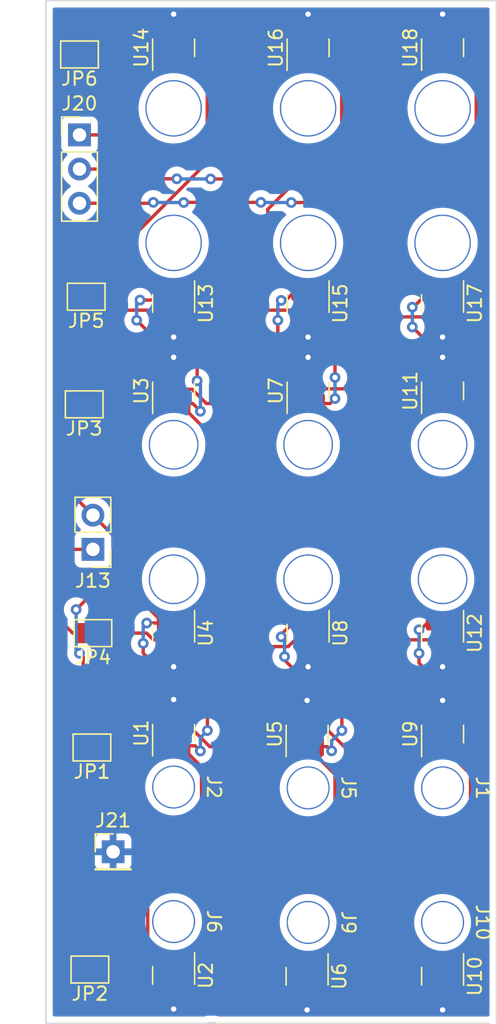
<source format=kicad_pcb>
(kicad_pcb (version 20211014) (generator pcbnew)
  (layers (0 "F.Cu" signal) (31 "B.Cu" signal) (34 "B.Paste" user) (35 "F.Paste" user) (36 "B.SilkS" user "B.Silkscreen") (37 "F.SilkS" user "F.Silkscreen") (38 "B.Mask" user) (39 "F.Mask" user) (44 "Edge.Cuts" user))
  (net 0 "")
  (net 13 "VCC")
  (net 14 "VCCQ")
  (net 21 "/HO_0")
  (net 22 "/HO_1")
  (net 23 "/HO_2")
  (net 24 "/VCC2")
  (net 25 "/VCC1")
  (net 26 "/VCC6")
  (net 27 "/VCC5")
  (net 28 "/VCC4")
  (net 29 "/VCC3")
  (net 30 "GND")
  (footprint "Project:TestPattern1" (layer "F.Cu") (at 173.845 80.075)
    (fp_text reference "J11" (at 0 -0.5 unlocked) (layer "F.SilkS"))
    (fp_text value "Peg")
    (pad "1" thru_hole circle (at 0 0) (size 3.7 3.7) (drill 3.5) (layers *.Cu *.Mask))
  )
  (footprint "Package_TO_SOT_SMD:SOT-23" (layer "F.Cu") (at 163.77 119.575 -90)
    (fp_text reference "U6" (at 0 -2.4 90) (layer "F.SilkS"))
    (fp_text value "AH1381")
    (fp_line (start 0 1.56) (end -0.65 1.56) (layer "F.SilkS") (width 0.12))
    (fp_line (start 0 -1.56) (end -1.675 -1.56) (layer "F.SilkS") (width 0.12))
    (fp_line (start 0 1.56) (end 0.65 1.56) (layer "F.SilkS") (width 0.12))
    (fp_line (start 0 -1.56) (end 0.65 -1.56) (layer "F.SilkS") (width 0.12))
    (pad "1" smd roundrect (at -0.9375 -0.95 270) (size 1.475 0.6) (layers "F.Cu" "F.Paste" "F.Mask") (net 25 "/VCC1"))
    (pad "2" smd roundrect (at -0.9375 0.95 270) (size 1.475 0.6) (layers "F.Cu" "F.Paste" "F.Mask") (net 22 "/HO_1"))
    (pad "3" smd roundrect (at 0.9375 0 270) (size 1.475 0.6) (layers "F.Cu" "F.Paste" "F.Mask") (net 30 "GND"))
  )
  (footprint "Project:TestPattern1" (layer "F.Cu") (at 163.845 90.075)
    (fp_text reference "J4" (at 0 -0.5 unlocked) (layer "F.SilkS"))
    (fp_text value "Peg")
    (pad "1" thru_hole circle (at 0 0) (size 3.7 3.7) (drill 3.5) (layers *.Cu *.Mask))
  )
  (footprint "Package_TO_SOT_SMD:SOT-23" (layer "F.Cu") (at 153.845 101.5125 90)
    (fp_text reference "U1" (at 0 -2.4 90) (layer "F.SilkS"))
    (fp_text value "AH1381")
    (fp_line (start 0 1.56) (end -0.65 1.56) (layer "F.SilkS") (width 0.12))
    (fp_line (start 0 1.56) (end 0.65 1.56) (layer "F.SilkS") (width 0.12))
    (fp_line (start 0 -1.56) (end 0.65 -1.56) (layer "F.SilkS") (width 0.12))
    (fp_line (start 0 -1.56) (end -1.675 -1.56) (layer "F.SilkS") (width 0.12))
    (pad "1" smd roundrect (at -0.9375 -0.95 90) (size 1.475 0.6) (layers "F.Cu" "F.Paste" "F.Mask") (net 24 "/VCC2"))
    (pad "2" smd roundrect (at -0.9375 0.95 90) (size 1.475 0.6) (layers "F.Cu" "F.Paste" "F.Mask") (net 21 "/HO_0"))
    (pad "3" smd roundrect (at 0.9375 0 90) (size 1.475 0.6) (layers "F.Cu" "F.Paste" "F.Mask") (net 30 "GND"))
  )
  (footprint "Package_TO_SOT_SMD:SOT-23" (layer "F.Cu") (at 153.845 76.075 90)
    (fp_text reference "U3" (at 0 -2.4 90) (layer "F.SilkS"))
    (fp_text value "AH1381")
    (fp_line (start 0 -1.56) (end -1.675 -1.56) (layer "F.SilkS") (width 0.12))
    (fp_line (start 0 1.56) (end -0.65 1.56) (layer "F.SilkS") (width 0.12))
    (fp_line (start 0 1.56) (end 0.65 1.56) (layer "F.SilkS") (width 0.12))
    (fp_line (start 0 -1.56) (end 0.65 -1.56) (layer "F.SilkS") (width 0.12))
    (pad "1" smd roundrect (at -0.9375 -0.95 90) (size 1.475 0.6) (layers "F.Cu" "F.Paste" "F.Mask") (net 26 "/VCC6"))
    (pad "2" smd roundrect (at -0.9375 0.95 90) (size 1.475 0.6) (layers "F.Cu" "F.Paste" "F.Mask") (net 21 "/HO_0"))
    (pad "3" smd roundrect (at 0.9375 0 90) (size 1.475 0.6) (layers "F.Cu" "F.Paste" "F.Mask") (net 30 "GND"))
  )
  (footprint "Project:TestPattern2" (layer "F.Cu") (at 163.845 65.075)
    (fp_text reference "J18" (at 0 -0.5 unlocked) (layer "F.SilkS"))
    (fp_text value "Peg")
    (pad "1" thru_hole circle (at 0 0) (size 4.2 4.2) (drill 4) (layers *.Cu *.Mask))
  )
  (footprint "Connector_PinHeader_2.54mm:PinHeader_1x02_P2.54mm_Vertical" (layer "F.Cu") (at 147.845 87.85 180)
    (fp_text reference "J13" (at 0 -2.33) (layer "F.SilkS"))
    (fp_text value "Conn_01x02")
    (fp_line (start -1.33 0) (end -1.33 -1.33) (layer "F.SilkS") (width 0.12))
    (fp_line (start -1.33 3.87) (end 1.33 3.87) (layer "F.SilkS") (width 0.12))
    (fp_line (start 1.33 1.27) (end 1.33 3.87) (layer "F.SilkS") (width 0.12))
    (fp_line (start -1.33 -1.33) (end 0 -1.33) (layer "F.SilkS") (width 0.12))
    (fp_line (start -1.33 1.27) (end -1.33 3.87) (layer "F.SilkS") (width 0.12))
    (fp_line (start -1.33 1.27) (end 1.33 1.27) (layer "F.SilkS") (width 0.12))
    (pad "1" thru_hole rect (at 0 0 180) (size 1.7 1.7) (drill 1) (layers *.Cu *.Mask) (net 13 "VCC"))
    (pad "2" thru_hole oval (at 0 2.54 180) (size 1.7 1.7) (drill 1) (layers *.Cu *.Mask) (net 14 "VCCQ"))
  )
  (footprint "Package_TO_SOT_SMD:SOT-23" (layer "F.Cu") (at 173.845 76.075 90)
    (fp_text reference "U11" (at 0 -2.4 90) (layer "F.SilkS"))
    (fp_text value "AH1381")
    (fp_line (start 0 -1.56) (end 0.65 -1.56) (layer "F.SilkS") (width 0.12))
    (fp_line (start 0 1.56) (end 0.65 1.56) (layer "F.SilkS") (width 0.12))
    (fp_line (start 0 1.56) (end -0.65 1.56) (layer "F.SilkS") (width 0.12))
    (fp_line (start 0 -1.56) (end -1.675 -1.56) (layer "F.SilkS") (width 0.12))
    (pad "1" smd roundrect (at -0.9375 -0.95 90) (size 1.475 0.6) (layers "F.Cu" "F.Paste" "F.Mask") (net 26 "/VCC6"))
    (pad "2" smd roundrect (at -0.9375 0.95 90) (size 1.475 0.6) (layers "F.Cu" "F.Paste" "F.Mask") (net 23 "/HO_2"))
    (pad "3" smd roundrect (at 0.9375 0 90) (size 1.475 0.6) (layers "F.Cu" "F.Paste" "F.Mask") (net 30 "GND"))
  )
  (footprint "Project:TestPattern0" (layer "F.Cu") (at 163.845 115.575 -90)
    (fp_text reference "J9" (at 0 -3 -90 unlocked) (layer "F.SilkS"))
    (fp_text value "Peg")
    (pad "1" thru_hole circle (at 0 0 270) (size 3.2 3.2) (drill 3) (layers *.Cu *.Mask))
  )
  (footprint "Package_TO_SOT_SMD:SOT-23" (layer "F.Cu") (at 153.845 50.575 90)
    (fp_text reference "U14" (at 0 -2.4 90) (layer "F.SilkS"))
    (fp_text value "AH1381")
    (fp_line (start 0 -1.56) (end -1.675 -1.56) (layer "F.SilkS") (width 0.12))
    (fp_line (start 0 1.56) (end -0.65 1.56) (layer "F.SilkS") (width 0.12))
    (fp_line (start 0 1.56) (end 0.65 1.56) (layer "F.SilkS") (width 0.12))
    (fp_line (start 0 -1.56) (end 0.65 -1.56) (layer "F.SilkS") (width 0.12))
    (pad "1" smd roundrect (at -0.9375 -0.95 90) (size 1.475 0.6) (layers "F.Cu" "F.Paste" "F.Mask") (net 29 "/VCC3"))
    (pad "2" smd roundrect (at -0.9375 0.95 90) (size 1.475 0.6) (layers "F.Cu" "F.Paste" "F.Mask") (net 21 "/HO_0"))
    (pad "3" smd roundrect (at 0.9375 0 90) (size 1.475 0.6) (layers "F.Cu" "F.Paste" "F.Mask") (net 30 "GND"))
  )
  (footprint "Package_TO_SOT_SMD:SOT-23" (layer "F.Cu") (at 173.845 101.575 90)
    (fp_text reference "U9" (at 0 -2.4 90) (layer "F.SilkS"))
    (fp_text value "AH1381")
    (fp_line (start 0 -1.56) (end 0.65 -1.56) (layer "F.SilkS") (width 0.12))
    (fp_line (start 0 -1.56) (end -1.675 -1.56) (layer "F.SilkS") (width 0.12))
    (fp_line (start 0 1.56) (end -0.65 1.56) (layer "F.SilkS") (width 0.12))
    (fp_line (start 0 1.56) (end 0.65 1.56) (layer "F.SilkS") (width 0.12))
    (pad "1" smd roundrect (at -0.9375 -0.95 90) (size 1.475 0.6) (layers "F.Cu" "F.Paste" "F.Mask") (net 24 "/VCC2"))
    (pad "2" smd roundrect (at -0.9375 0.95 90) (size 1.475 0.6) (layers "F.Cu" "F.Paste" "F.Mask") (net 23 "/HO_2"))
    (pad "3" smd roundrect (at 0.9375 0 90) (size 1.475 0.6) (layers "F.Cu" "F.Paste" "F.Mask") (net 30 "GND"))
  )
  (footprint "Package_TO_SOT_SMD:SOT-23" (layer "F.Cu") (at 153.845 119.5125 -90)
    (fp_text reference "U2" (at 0 -2.4 90) (layer "F.SilkS"))
    (fp_text value "AH1381")
    (fp_line (start 0 -1.56) (end -1.675 -1.56) (layer "F.SilkS") (width 0.12))
    (fp_line (start 0 -1.56) (end 0.65 -1.56) (layer "F.SilkS") (width 0.12))
    (fp_line (start 0 1.56) (end 0.65 1.56) (layer "F.SilkS") (width 0.12))
    (fp_line (start 0 1.56) (end -0.65 1.56) (layer "F.SilkS") (width 0.12))
    (pad "1" smd roundrect (at -0.9375 -0.95 270) (size 1.475 0.6) (layers "F.Cu" "F.Paste" "F.Mask") (net 25 "/VCC1"))
    (pad "2" smd roundrect (at -0.9375 0.95 270) (size 1.475 0.6) (layers "F.Cu" "F.Paste" "F.Mask") (net 21 "/HO_0"))
    (pad "3" smd roundrect (at 0.9375 0 270) (size 1.475 0.6) (layers "F.Cu" "F.Paste" "F.Mask") (net 30 "GND"))
  )
  (footprint "Project:TestPattern2" (layer "F.Cu") (at 153.845 55.075)
    (fp_text reference "J17" (at 0 -0.5 unlocked) (layer "F.SilkS"))
    (fp_text value "Peg")
    (pad "1" thru_hole circle (at 0 0) (size 4.2 4.2) (drill 4) (layers *.Cu *.Mask))
  )
  (footprint "Package_TO_SOT_SMD:SOT-23" (layer "F.Cu") (at 173.845 69.575 -90)
    (fp_text reference "U17" (at 0 -2.4 90) (layer "F.SilkS"))
    (fp_text value "AH1381")
    (fp_line (start 0 1.56) (end 0.65 1.56) (layer "F.SilkS") (width 0.12))
    (fp_line (start 0 -1.56) (end 0.65 -1.56) (layer "F.SilkS") (width 0.12))
    (fp_line (start 0 1.56) (end -0.65 1.56) (layer "F.SilkS") (width 0.12))
    (fp_line (start 0 -1.56) (end -1.675 -1.56) (layer "F.SilkS") (width 0.12))
    (pad "1" smd roundrect (at -0.9375 -0.95 270) (size 1.475 0.6) (layers "F.Cu" "F.Paste" "F.Mask") (net 28 "/VCC4"))
    (pad "2" smd roundrect (at -0.9375 0.95 270) (size 1.475 0.6) (layers "F.Cu" "F.Paste" "F.Mask") (net 23 "/HO_2"))
    (pad "3" smd roundrect (at 0.9375 0 270) (size 1.475 0.6) (layers "F.Cu" "F.Paste" "F.Mask") (net 30 "GND"))
  )
  (footprint "Project:TestPattern2" (layer "F.Cu") (at 173.845 65.075)
    (fp_text reference "J15" (at 0 -0.5 unlocked) (layer "F.SilkS"))
    (fp_text value "Peg")
    (pad "1" thru_hole circle (at 0 0) (size 4.2 4.2) (drill 4) (layers *.Cu *.Mask))
  )
  (footprint "Project:TestPattern1" (layer "F.Cu") (at 163.845 80.075)
    (fp_text reference "J8" (at 0 -0.5 unlocked) (layer "F.SilkS"))
    (fp_text value "Peg")
    (pad "1" thru_hole circle (at 0 0) (size 3.7 3.7) (drill 3.5) (layers *.Cu *.Mask))
  )
  (footprint "Project:TestPattern0" (layer "F.Cu") (at 153.845 105.5125 -90)
    (fp_text reference "J2" (at 0 -3 -90 unlocked) (layer "F.SilkS"))
    (fp_text value "Peg")
    (pad "1" thru_hole circle (at 0 0 270) (size 3.2 3.2) (drill 3) (layers *.Cu *.Mask))
  )
  (footprint "Project:TestPattern0" (layer "F.Cu") (at 173.845 105.575 -90)
    (fp_text reference "J1" (at 0 -3 -90 unlocked) (layer "F.SilkS"))
    (fp_text value "Peg")
    (pad "1" thru_hole circle (at 0 0 270) (size 3.2 3.2) (drill 3) (layers *.Cu *.Mask))
  )
  (footprint "Project:TestPattern0" (layer "F.Cu") (at 173.845 115.575 -90)
    (fp_text reference "J10" (at 0 -3 -90 unlocked) (layer "F.SilkS"))
    (fp_text value "Peg")
    (pad "1" thru_hole circle (at 0 0 270) (size 3.2 3.2) (drill 3) (layers *.Cu *.Mask))
  )
  (footprint "Jumper:SolderJumper-2_P1.3mm_Open_Pad1.0x1.5mm" (layer "F.Cu") (at 147.345 69.075 180)
    (fp_text reference "JP5" (at 0 -1.8) (layer "F.SilkS"))
    (fp_text value "Jumper_2_Open")
    (fp_line (start 1.4 1) (end -1.4 1) (layer "F.SilkS") (width 0.12))
    (fp_line (start -1.4 -1) (end 1.4 -1) (layer "F.SilkS") (width 0.12))
    (fp_line (start -1.4 1) (end -1.4 -1) (layer "F.SilkS") (width 0.12))
    (fp_line (start 1.4 -1) (end 1.4 1) (layer "F.SilkS") (width 0.12))
    (pad "1" smd rect (at -0.65 0 180) (size 1 1.5) (layers "F.Cu" "F.Mask") (net 28 "/VCC4"))
    (pad "2" smd rect (at 0.65 0 180) (size 1 1.5) (layers "F.Cu" "F.Mask") (net 14 "VCCQ"))
  )
  (footprint "Jumper:SolderJumper-2_P1.3mm_Open_Pad1.0x1.5mm" (layer "F.Cu") (at 146.845 51.075 180)
    (fp_text reference "JP6" (at 0 -1.8) (layer "F.SilkS"))
    (fp_text value "Jumper_2_Open")
    (fp_line (start 1.4 1) (end -1.4 1) (layer "F.SilkS") (width 0.12))
    (fp_line (start -1.4 1) (end -1.4 -1) (layer "F.SilkS") (width 0.12))
    (fp_line (start -1.4 -1) (end 1.4 -1) (layer "F.SilkS") (width 0.12))
    (fp_line (start 1.4 -1) (end 1.4 1) (layer "F.SilkS") (width 0.12))
    (pad "1" smd rect (at -0.65 0 180) (size 1 1.5) (layers "F.Cu" "F.Mask") (net 29 "/VCC3"))
    (pad "2" smd rect (at 0.65 0 180) (size 1 1.5) (layers "F.Cu" "F.Mask") (net 13 "VCC"))
  )
  (footprint "Project:TestPattern2" (layer "F.Cu") (at 173.845 55.075)
    (fp_text reference "J16" (at 0 -0.5 unlocked) (layer "F.SilkS"))
    (fp_text value "Peg")
    (pad "1" thru_hole circle (at 0 0) (size 4.2 4.2) (drill 4) (layers *.Cu *.Mask))
  )
  (footprint "Package_TO_SOT_SMD:SOT-23" (layer "F.Cu") (at 153.845 94.075 -90)
    (fp_text reference "U4" (at 0 -2.4 90) (layer "F.SilkS"))
    (fp_text value "AH1381")
    (fp_line (start 0 1.56) (end -0.65 1.56) (layer "F.SilkS") (width 0.12))
    (fp_line (start 0 -1.56) (end 0.65 -1.56) (layer "F.SilkS") (width 0.12))
    (fp_line (start 0 -1.56) (end -1.675 -1.56) (layer "F.SilkS") (width 0.12))
    (fp_line (start 0 1.56) (end 0.65 1.56) (layer "F.SilkS") (width 0.12))
    (pad "1" smd roundrect (at -0.9375 -0.95 270) (size 1.475 0.6) (layers "F.Cu" "F.Paste" "F.Mask") (net 27 "/VCC5"))
    (pad "2" smd roundrect (at -0.9375 0.95 270) (size 1.475 0.6) (layers "F.Cu" "F.Paste" "F.Mask") (net 21 "/HO_0"))
    (pad "3" smd roundrect (at 0.9375 0 270) (size 1.475 0.6) (layers "F.Cu" "F.Paste" "F.Mask") (net 30 "GND"))
  )
  (footprint "Jumper:SolderJumper-2_P1.3mm_Open_Pad1.0x1.5mm" (layer "F.Cu") (at 147.77 102.575 180)
    (fp_text reference "JP1" (at 0 -1.8) (layer "F.SilkS"))
    (fp_text value "Jumper_2_Open")
    (fp_line (start -1.4 1) (end -1.4 -1) (layer "F.SilkS") (width 0.12))
    (fp_line (start 1.4 -1) (end 1.4 1) (layer "F.SilkS") (width 0.12))
    (fp_line (start 1.4 1) (end -1.4 1) (layer "F.SilkS") (width 0.12))
    (fp_line (start -1.4 -1) (end 1.4 -1) (layer "F.SilkS") (width 0.12))
    (pad "1" smd rect (at -0.65 0 180) (size 1 1.5) (layers "F.Cu" "F.Mask") (net 24 "/VCC2"))
    (pad "2" smd rect (at 0.65 0 180) (size 1 1.5) (layers "F.Cu" "F.Mask") (net 14 "VCCQ"))
  )
  (footprint "Project:TestPattern1" (layer "F.Cu") (at 173.845 90.075)
    (fp_text reference "J7" (at 0 -0.5 unlocked) (layer "F.SilkS"))
    (fp_text value "Peg")
    (pad "1" thru_hole circle (at 0 0) (size 3.7 3.7) (drill 3.5) (layers *.Cu *.Mask))
  )
  (footprint "Project:TestPattern2" (layer "F.Cu") (at 153.845 65.075)
    (fp_text reference "J19" (at 0 -0.5 unlocked) (layer "F.SilkS"))
    (fp_text value "Peg")
    (pad "1" thru_hole circle (at 0 0) (size 4.2 4.2) (drill 4) (layers *.Cu *.Mask))
  )
  (footprint "Jumper:SolderJumper-2_P1.3mm_Open_Pad1.0x1.5mm" (layer "F.Cu") (at 147.845 94.075 180)
    (fp_text reference "JP4" (at 0 -1.8) (layer "F.SilkS"))
    (fp_text value "Jumper_2_Open")
    (fp_line (start 1.4 1) (end -1.4 1) (layer "F.SilkS") (width 0.12))
    (fp_line (start -1.4 1) (end -1.4 -1) (layer "F.SilkS") (width 0.12))
    (fp_line (start 1.4 -1) (end 1.4 1) (layer "F.SilkS") (width 0.12))
    (fp_line (start -1.4 -1) (end 1.4 -1) (layer "F.SilkS") (width 0.12))
    (pad "1" smd rect (at -0.65 0 180) (size 1 1.5) (layers "F.Cu" "F.Mask") (net 27 "/VCC5"))
    (pad "2" smd rect (at 0.65 0 180) (size 1 1.5) (layers "F.Cu" "F.Mask") (net 13 "VCC"))
  )
  (footprint "Package_TO_SOT_SMD:SOT-23" (layer "F.Cu") (at 153.845 69.575 -90)
    (fp_text reference "U13" (at 0 -2.4 90) (layer "F.SilkS"))
    (fp_text value "AH1381")
    (fp_line (start 0 -1.56) (end 0.65 -1.56) (layer "F.SilkS") (width 0.12))
    (fp_line (start 0 -1.56) (end -1.675 -1.56) (layer "F.SilkS") (width 0.12))
    (fp_line (start 0 1.56) (end -0.65 1.56) (layer "F.SilkS") (width 0.12))
    (fp_line (start 0 1.56) (end 0.65 1.56) (layer "F.SilkS") (width 0.12))
    (pad "1" smd roundrect (at -0.9375 -0.95 270) (size 1.475 0.6) (layers "F.Cu" "F.Paste" "F.Mask") (net 28 "/VCC4"))
    (pad "2" smd roundrect (at -0.9375 0.95 270) (size 1.475 0.6) (layers "F.Cu" "F.Paste" "F.Mask") (net 21 "/HO_0"))
    (pad "3" smd roundrect (at 0.9375 0 270) (size 1.475 0.6) (layers "F.Cu" "F.Paste" "F.Mask") (net 30 "GND"))
  )
  (footprint "Project:TestPattern1" (layer "F.Cu") (at 153.845 80.075)
    (fp_text reference "J12" (at 0 -0.5 unlocked) (layer "F.SilkS"))
    (fp_text value "Peg")
    (pad "1" thru_hole circle (at 0 0) (size 3.7 3.7) (drill 3.5) (layers *.Cu *.Mask))
  )
  (footprint "Package_TO_SOT_SMD:SOT-23" (layer "F.Cu") (at 173.845 50.575 90)
    (fp_text reference "U18" (at 0 -2.4 90) (layer "F.SilkS"))
    (fp_text value "AH1381")
    (fp_line (start 0 1.56) (end -0.65 1.56) (layer "F.SilkS") (width 0.12))
    (fp_line (start 0 -1.56) (end -1.675 -1.56) (layer "F.SilkS") (width 0.12))
    (fp_line (start 0 -1.56) (end 0.65 -1.56) (layer "F.SilkS") (width 0.12))
    (fp_line (start 0 1.56) (end 0.65 1.56) (layer "F.SilkS") (width 0.12))
    (pad "1" smd roundrect (at -0.9375 -0.95 90) (size 1.475 0.6) (layers "F.Cu" "F.Paste" "F.Mask") (net 29 "/VCC3"))
    (pad "2" smd roundrect (at -0.9375 0.95 90) (size 1.475 0.6) (layers "F.Cu" "F.Paste" "F.Mask") (net 23 "/HO_2"))
    (pad "3" smd roundrect (at 0.9375 0 90) (size 1.475 0.6) (layers "F.Cu" "F.Paste" "F.Mask") (net 30 "GND"))
  )
  (footprint "Package_TO_SOT_SMD:SOT-23" (layer "F.Cu") (at 173.845 119.575 -90)
    (fp_text reference "U10" (at 0 -2.4 90) (layer "F.SilkS"))
    (fp_text value "AH1381")
    (fp_line (start 0 -1.56) (end -1.675 -1.56) (layer "F.SilkS") (width 0.12))
    (fp_line (start 0 -1.56) (end 0.65 -1.56) (layer "F.SilkS") (width 0.12))
    (fp_line (start 0 1.56) (end -0.65 1.56) (layer "F.SilkS") (width 0.12))
    (fp_line (start 0 1.56) (end 0.65 1.56) (layer "F.SilkS") (width 0.12))
    (pad "1" smd roundrect (at -0.9375 -0.95 270) (size 1.475 0.6) (layers "F.Cu" "F.Paste" "F.Mask") (net 25 "/VCC1"))
    (pad "2" smd roundrect (at -0.9375 0.95 270) (size 1.475 0.6) (layers "F.Cu" "F.Paste" "F.Mask") (net 23 "/HO_2"))
    (pad "3" smd roundrect (at 0.9375 0 270) (size 1.475 0.6) (layers "F.Cu" "F.Paste" "F.Mask") (net 30 "GND"))
  )
  (footprint "Jumper:SolderJumper-2_P1.3mm_Open_Pad1.0x1.5mm" (layer "F.Cu") (at 147.62 119.075 180)
    (fp_text reference "JP2" (at 0 -1.8) (layer "F.SilkS"))
    (fp_text value "Jumper_2_Open")
    (fp_line (start -1.4 1) (end -1.4 -1) (layer "F.SilkS") (width 0.12))
    (fp_line (start -1.4 -1) (end 1.4 -1) (layer "F.SilkS") (width 0.12))
    (fp_line (start 1.4 1) (end -1.4 1) (layer "F.SilkS") (width 0.12))
    (fp_line (start 1.4 -1) (end 1.4 1) (layer "F.SilkS") (width 0.12))
    (pad "1" smd rect (at -0.65 0 180) (size 1 1.5) (layers "F.Cu" "F.Mask") (net 25 "/VCC1"))
    (pad "2" smd rect (at 0.65 0 180) (size 1 1.5) (layers "F.Cu" "F.Mask") (net 13 "VCC"))
  )
  (footprint "Package_TO_SOT_SMD:SOT-23" (layer "F.Cu") (at 163.845 50.575 90)
    (fp_text reference "U16" (at 0 -2.4 90) (layer "F.SilkS"))
    (fp_text value "AH1381")
    (fp_line (start 0 -1.56) (end 0.65 -1.56) (layer "F.SilkS") (width 0.12))
    (fp_line (start 0 1.56) (end 0.65 1.56) (layer "F.SilkS") (width 0.12))
    (fp_line (start 0 -1.56) (end -1.675 -1.56) (layer "F.SilkS") (width 0.12))
    (fp_line (start 0 1.56) (end -0.65 1.56) (layer "F.SilkS") (width 0.12))
    (pad "1" smd roundrect (at -0.9375 -0.95 90) (size 1.475 0.6) (layers "F.Cu" "F.Paste" "F.Mask") (net 29 "/VCC3"))
    (pad "2" smd roundrect (at -0.9375 0.95 90) (size 1.475 0.6) (layers "F.Cu" "F.Paste" "F.Mask") (net 22 "/HO_1"))
    (pad "3" smd roundrect (at 0.9375 0 90) (size 1.475 0.6) (layers "F.Cu" "F.Paste" "F.Mask") (net 30 "GND"))
  )
  (footprint "Package_TO_SOT_SMD:SOT-23" (layer "F.Cu") (at 163.845 94.075 -90)
    (fp_text reference "U8" (at 0 -2.4 90) (layer "F.SilkS"))
    (fp_text value "AH1381")
    (fp_line (start 0 -1.56) (end -1.675 -1.56) (layer "F.SilkS") (width 0.12))
    (fp_line (start 0 1.56) (end -0.65 1.56) (layer "F.SilkS") (width 0.12))
    (fp_line (start 0 1.56) (end 0.65 1.56) (layer "F.SilkS") (width 0.12))
    (fp_line (start 0 -1.56) (end 0.65 -1.56) (layer "F.SilkS") (width 0.12))
    (pad "1" smd roundrect (at -0.9375 -0.95 270) (size 1.475 0.6) (layers "F.Cu" "F.Paste" "F.Mask") (net 27 "/VCC5"))
    (pad "2" smd roundrect (at -0.9375 0.95 270) (size 1.475 0.6) (layers "F.Cu" "F.Paste" "F.Mask") (net 22 "/HO_1"))
    (pad "3" smd roundrect (at 0.9375 0 270) (size 1.475 0.6) (layers "F.Cu" "F.Paste" "F.Mask") (net 30 "GND"))
  )
  (footprint "Package_TO_SOT_SMD:SOT-23" (layer "F.Cu") (at 163.845 69.575 -90)
    (fp_text reference "U15" (at 0 -2.4 90) (layer "F.SilkS"))
    (fp_text value "AH1381")
    (fp_line (start 0 1.56) (end -0.65 1.56) (layer "F.SilkS") (width 0.12))
    (fp_line (start 0 -1.56) (end 0.65 -1.56) (layer "F.SilkS") (width 0.12))
    (fp_line (start 0 -1.56) (end -1.675 -1.56) (layer "F.SilkS") (width 0.12))
    (fp_line (start 0 1.56) (end 0.65 1.56) (layer "F.SilkS") (width 0.12))
    (pad "1" smd roundrect (at -0.9375 -0.95 270) (size 1.475 0.6) (layers "F.Cu" "F.Paste" "F.Mask") (net 28 "/VCC4"))
    (pad "2" smd roundrect (at -0.9375 0.95 270) (size 1.475 0.6) (layers "F.Cu" "F.Paste" "F.Mask") (net 22 "/HO_1"))
    (pad "3" smd roundrect (at 0.9375 0 270) (size 1.475 0.6) (layers "F.Cu" "F.Paste" "F.Mask") (net 30 "GND"))
  )
  (footprint "Package_TO_SOT_SMD:SOT-23" (layer "F.Cu") (at 163.77 101.575 90)
    (fp_text reference "U5" (at 0 -2.4 90) (layer "F.SilkS"))
    (fp_text value "AH1381")
    (fp_line (start 0 -1.56) (end -1.675 -1.56) (layer "F.SilkS") (width 0.12))
    (fp_line (start 0 1.56) (end -0.65 1.56) (layer "F.SilkS") (width 0.12))
    (fp_line (start 0 -1.56) (end 0.65 -1.56) (layer "F.SilkS") (width 0.12))
    (fp_line (start 0 1.56) (end 0.65 1.56) (layer "F.SilkS") (width 0.12))
    (pad "1" smd roundrect (at -0.9375 -0.95 90) (size 1.475 0.6) (layers "F.Cu" "F.Paste" "F.Mask") (net 24 "/VCC2"))
    (pad "2" smd roundrect (at -0.9375 0.95 90) (size 1.475 0.6) (layers "F.Cu" "F.Paste" "F.Mask") (net 22 "/HO_1"))
    (pad "3" smd roundrect (at 0.9375 0 90) (size 1.475 0.6) (layers "F.Cu" "F.Paste" "F.Mask") (net 30 "GND"))
  )
  (footprint "Project:TestPattern0" (layer "F.Cu") (at 163.845 105.575 -90)
    (fp_text reference "J5" (at 0 -3 -90 unlocked) (layer "F.SilkS"))
    (fp_text value "Peg")
    (pad "1" thru_hole circle (at 0 0 270) (size 3.2 3.2) (drill 3) (layers *.Cu *.Mask))
  )
  (footprint "Package_TO_SOT_SMD:SOT-23" (layer "F.Cu") (at 173.845 94.075 -90)
    (fp_text reference "U12" (at 0 -2.4 90) (layer "F.SilkS"))
    (fp_text value "AH1381")
    (fp_line (start 0 -1.56) (end 0.65 -1.56) (layer "F.SilkS") (width 0.12))
    (fp_line (start 0 1.56) (end -0.65 1.56) (layer "F.SilkS") (width 0.12))
    (fp_line (start 0 1.56) (end 0.65 1.56) (layer "F.SilkS") (width 0.12))
    (fp_line (start 0 -1.56) (end -1.675 -1.56) (layer "F.SilkS") (width 0.12))
    (pad "1" smd roundrect (at -0.9375 -0.95 270) (size 1.475 0.6) (layers "F.Cu" "F.Paste" "F.Mask") (net 27 "/VCC5"))
    (pad "2" smd roundrect (at -0.9375 0.95 270) (size 1.475 0.6) (layers "F.Cu" "F.Paste" "F.Mask") (net 23 "/HO_2"))
    (pad "3" smd roundrect (at 0.9375 0 270) (size 1.475 0.6) (layers "F.Cu" "F.Paste" "F.Mask") (net 30 "GND"))
  )
  (footprint "Connector_PinHeader_2.54mm:PinHeader_1x03_P2.54mm_Vertical" (layer "F.Cu") (at 146.845 57.05)
    (fp_text reference "J20" (at 0 -2.33) (layer "F.SilkS"))
    (fp_text value "Conn_01x03")
    (fp_line (start -1.33 0) (end -1.33 -1.33) (layer "F.SilkS") (width 0.12))
    (fp_line (start -1.33 1.27) (end -1.33 6.41) (layer "F.SilkS") (width 0.12))
    (fp_line (start 1.33 1.27) (end 1.33 6.41) (layer "F.SilkS") (width 0.12))
    (fp_line (start -1.33 -1.33) (end 0 -1.33) (layer "F.SilkS") (width 0.12))
    (fp_line (start -1.33 6.41) (end 1.33 6.41) (layer "F.SilkS") (width 0.12))
    (fp_line (start -1.33 1.27) (end 1.33 1.27) (layer "F.SilkS") (width 0.12))
    (pad "1" thru_hole rect (at 0 0) (size 1.7 1.7) (drill 1) (layers *.Cu *.Mask) (net 21 "/HO_0"))
    (pad "2" thru_hole oval (at 0 2.54) (size 1.7 1.7) (drill 1) (layers *.Cu *.Mask) (net 22 "/HO_1"))
    (pad "3" thru_hole oval (at 0 5.08) (size 1.7 1.7) (drill 1) (layers *.Cu *.Mask) (net 23 "/HO_2"))
  )
  (footprint "Project:TestPattern2" (layer "F.Cu") (at 163.845 55.075)
    (fp_text reference "J14" (at 0 -0.5 unlocked) (layer "F.SilkS"))
    (fp_text value "Peg")
    (pad "1" thru_hole circle (at 0 0) (size 4.2 4.2) (drill 4) (layers *.Cu *.Mask))
  )
  (footprint "Package_TO_SOT_SMD:SOT-23" (layer "F.Cu") (at 163.845 76.075 90)
    (fp_text reference "U7" (at 0 -2.4 90) (layer "F.SilkS"))
    (fp_text value "AH1381")
    (fp_line (start 0 1.56) (end 0.65 1.56) (layer "F.SilkS") (width 0.12))
    (fp_line (start 0 1.56) (end -0.65 1.56) (layer "F.SilkS") (width 0.12))
    (fp_line (start 0 -1.56) (end 0.65 -1.56) (layer "F.SilkS") (width 0.12))
    (fp_line (start 0 -1.56) (end -1.675 -1.56) (layer "F.SilkS") (width 0.12))
    (pad "1" smd roundrect (at -0.9375 -0.95 90) (size 1.475 0.6) (layers "F.Cu" "F.Paste" "F.Mask") (net 26 "/VCC6"))
    (pad "2" smd roundrect (at -0.9375 0.95 90) (size 1.475 0.6) (layers "F.Cu" "F.Paste" "F.Mask") (net 22 "/HO_1"))
    (pad "3" smd roundrect (at 0.9375 0 90) (size 1.475 0.6) (layers "F.Cu" "F.Paste" "F.Mask") (net 30 "GND"))
  )
  (footprint "Connector_PinHeader_2.54mm:PinHeader_1x01_P2.54mm_Vertical" (layer "F.Cu") (at 149.345 110.325)
    (fp_text reference "J21" (at 0 -2.33) (layer "F.SilkS"))
    (fp_text value "Conn_01x01")
    (fp_line (start -1.33 0) (end -1.33 -1.33) (layer "F.SilkS") (width 0.12))
    (fp_line (start -1.33 -1.33) (end 0 -1.33) (layer "F.SilkS") (width 0.12))
    (fp_line (start -1.33 1.27) (end -1.33 1.33) (layer "F.SilkS") (width 0.12))
    (fp_line (start -1.33 1.33) (end 1.33 1.33) (layer "F.SilkS") (width 0.12))
    (fp_line (start 1.33 1.27) (end 1.33 1.33) (layer "F.SilkS") (width 0.12))
    (fp_line (start -1.33 1.27) (end 1.33 1.27) (layer "F.SilkS") (width 0.12))
    (pad "1" thru_hole rect (at 0 0) (size 1.7 1.7) (drill 1) (layers *.Cu *.Mask) (net 30 "GND"))
  )
  (footprint "Project:TestPattern1" (layer "F.Cu") (at 153.845 90.075)
    (fp_text reference "J3" (at 0 -0.5 unlocked) (layer "F.SilkS"))
    (fp_text value "Peg")
    (pad "1" thru_hole circle (at 0 0) (size 3.7 3.7) (drill 3.5) (layers *.Cu *.Mask))
  )
  (footprint "Project:TestPattern0" (layer "F.Cu") (at 153.845 115.5125 -90)
    (fp_text reference "J6" (at 0 -3 -90 unlocked) (layer "F.SilkS"))
    (fp_text value "Peg")
    (pad "1" thru_hole circle (at 0 0 270) (size 3.2 3.2) (drill 3) (layers *.Cu *.Mask))
  )
  (footprint "Jumper:SolderJumper-2_P1.3mm_Open_Pad1.0x1.5mm" (layer "F.Cu") (at 147.195 77.075 180)
    (fp_text reference "JP3" (at 0 -1.8) (layer "F.SilkS"))
    (fp_text value "Jumper_2_Open")
    (fp_line (start 1.4 -1) (end 1.4 1) (layer "F.SilkS") (width 0.12))
    (fp_line (start -1.4 1) (end -1.4 -1) (layer "F.SilkS") (width 0.12))
    (fp_line (start 1.4 1) (end -1.4 1) (layer "F.SilkS") (width 0.12))
    (fp_line (start -1.4 -1) (end 1.4 -1) (layer "F.SilkS") (width 0.12))
    (pad "1" smd rect (at -0.65 0 180) (size 1 1.5) (layers "F.Cu" "F.Mask") (net 26 "/VCC6"))
    (pad "2" smd rect (at 0.65 0 180) (size 1 1.5) (layers "F.Cu" "F.Mask") (net 14 "VCCQ"))
  )
  (gr_line (start 144.345 123.075) (end 145.345 123.075) (layer "Edge.Cuts") (width 0.1))
  (gr_line (start 177.845 123.075) (end 177.845 47.075) (layer "Edge.Cuts") (width 0.1))
  (gr_line (start 156.42 123.0125) (end 156.92 123.0125) (layer "Edge.Cuts") (width 0.1))
  (gr_line (start 177.845 47.075) (end 144.345 47.075) (layer "Edge.Cuts") (width 0.1))
  (gr_line (start 144.345 47.075) (end 144.345 123.075) (layer "Edge.Cuts") (width 0.1))
  (gr_line (start 145.345 123.075) (end 177.345 123.075) (layer "Edge.Cuts") (width 0.1))
  (segment (start 145.345 51.925) (end 145.345 86.825) (width 0.25) (layer "F.Cu") (net 13))
  (segment (start 146.195 51.075) (end 145.345 51.925) (width 0.25) (layer "F.Cu") (net 13))
  (segment (start 146.37 87.85) (end 147.845 87.85) (width 0.25) (layer "F.Cu") (net 13))
  (segment (start 145.345 118.325) (end 146.095 119.075) (width 0.25) (layer "F.Cu") (net 13))
  (segment (start 145.345 86.825) (end 145.345 93.075) (width 0.25) (layer "F.Cu") (net 13))
  (segment (start 145.345 93.075) (end 146.345 94.075) (width 0.25) (layer "F.Cu") (net 13))
  (segment (start 145.345 93.075) (end 145.345 118.325) (width 0.25) (layer "F.Cu") (net 13))
  (segment (start 146.345 94.075) (end 147.195 94.075) (width 0.25) (layer "F.Cu") (net 13))
  (segment (start 145.345 86.825) (end 146.37 87.85) (width 0.25) (layer "F.Cu") (net 13))
  (segment (start 146.095 119.075) (end 146.97 119.075) (width 0.25) (layer "F.Cu") (net 13))
  (segment (start 147.845 85.31) (end 146.545 84.01) (width 0.25) (layer "F.Cu") (net 14))
  (segment (start 149.595 87.06) (end 147.845 85.31) (width 0.25) (layer "F.Cu") (net 14))
  (segment (start 146.695 69.075) (end 146.695 76.925) (width 0.25) (layer "F.Cu") (net 14))
  (segment (start 146.595 92.325) (end 149.595 89.325) (width 0.25) (layer "F.Cu") (net 14))
  (segment (start 147.12 102.575) (end 147.12 95.85) (width 0.25) (layer "F.Cu") (net 14))
  (segment (start 146.545 84.01) (end 146.545 77.075) (width 0.25) (layer "F.Cu") (net 14))
  (segment (start 147.12 95.85) (end 146.845 95.575) (width 0.25) (layer "F.Cu") (net 14))
  (segment (start 149.595 89.325) (end 149.595 87.06) (width 0.25) (layer "F.Cu") (net 14))
  (segment (start 146.695 76.925) (end 146.545 77.075) (width 0.25) (layer "F.Cu") (net 14))
  (via (at 146.845 95.575) (size 0.8) (drill 0.4) (layers "F.Cu" "B.Cu") (net 14))
  (via (at 146.595 92.325) (size 0.8) (drill 0.4) (layers "F.Cu" "B.Cu") (net 14))
  (segment (start 146.595 95.325) (end 146.595 92.325) (width 0.25) (layer "B.Cu") (net 14))
  (segment (start 146.845 95.575) (end 146.595 95.325) (width 0.25) (layer "B.Cu") (net 14))
  (segment (start 151.582701 95.562701) (end 151.582701 94.837299) (width 0.25) (layer "F.Cu") (net 21))
  (segment (start 155.265814 77.0125) (end 155.8377 77.584386) (width 0.25) (layer "F.Cu") (net 21))
  (segment (start 151.345 88.075) (end 151.345 91.5875) (width 0.25) (layer "F.Cu") (net 21))
  (segment (start 155.92 104.0125) (end 155.92 109.5125) (width 0.25) (layer "F.Cu") (net 21))
  (segment (start 154.795 51.5125) (end 156.345 53.0625) (width 0.25) (layer "F.Cu") (net 21))
  (segment (start 154.795 102.45) (end 155.445402 102.45) (width 0.25) (layer "F.Cu") (net 21))
  (segment (start 152.345 58.075) (end 156.345 58.075) (width 0.25) (layer "F.Cu") (net 21))
  (segment (start 156.345 83.075) (end 151.345 88.075) (width 0.25) (layer "F.Cu") (net 21))
  (segment (start 155.095 72.825) (end 153.095 72.825) (width 0.25) (layer "F.Cu") (net 21))
  (segment (start 151.345 91.5875) (end 152.895 93.1375) (width 0.25) (layer "F.Cu") (net 21))
  (segment (start 152.2075 69.325) (end 152.895 68.6375) (width 0.25) (layer "F.Cu") (net 21))
  (segment (start 155.445402 102.45) (end 155.832701 102.837299) (width 0.25) (layer "F.Cu") (net 21))
  (segment (start 153.845 97.825) (end 151.582701 95.562701) (width 0.25) (layer "F.Cu") (net 21))
  (segment (start 155.92 109.5125) (end 151.92 113.5125) (width 0.25) (layer "F.Cu") (net 21))
  (segment (start 153.095 72.825) (end 151.095 70.825) (width 0.25) (layer "F.Cu") (net 21))
  (segment (start 151.92 113.5125) (end 151.92 117.6) (width 0.25) (layer "F.Cu") (net 21))
  (segment (start 150.845 66.5875) (end 152.895 68.6375) (width 0.25) (layer "F.Cu") (net 21))
  (segment (start 156.357299 100.337299) (end 153.845 97.825) (width 0.25) (layer "F.Cu") (net 21))
  (segment (start 156.345 58.075) (end 156.345 59.075) (width 0.25) (layer "F.Cu") (net 21))
  (segment (start 154.795 77.525) (end 156.345 79.075) (width 0.25) (layer "F.Cu") (net 21))
  (segment (start 152.7075 93.325) (end 152.895 93.1375) (width 0.25) (layer "F.Cu") (net 21))
  (segment (start 156.345 79.075) (end 156.345 83.075) (width 0.25) (layer "F.Cu") (net 21))
  (segment (start 155.595 73.325) (end 155.095 72.825) (width 0.25) (layer "F.Cu") (net 21))
  (segment (start 154.795 77.0125) (end 155.265814 77.0125) (width 0.25) (layer "F.Cu") (net 21))
  (segment (start 156.345 59.075) (end 150.845 64.575) (width 0.25) (layer "F.Cu") (net 21))
  (segment (start 151.845 93.325) (end 152.7075 93.325) (width 0.25) (layer "F.Cu") (net 21))
  (segment (start 154.795 102.8875) (end 155.92 104.0125) (width 0.25) (layer "F.Cu") (net 21))
  (segment (start 151.32 57.05) (end 152.345 58.075) (width 0.25) (layer "F.Cu") (net 21))
  (segment (start 154.795 77.0125) (end 154.795 77.525) (width 0.25) (layer "F.Cu") (net 21))
  (segment (start 150.845 64.575) (end 150.845 66.5875) (width 0.25) (layer "F.Cu") (net 21))
  (segment (start 151.345 69.325) (end 152.2075 69.325) (width 0.25) (layer "F.Cu") (net 21))
  (segment (start 155.595 75.325) (end 155.595 73.325) (width 0.25) (layer "F.Cu") (net 21))
  (segment (start 156.345 53.0625) (end 156.345 58.075) (width 0.25) (layer "F.Cu") (net 21))
  (segment (start 154.795 102.45) (end 154.795 102.8875) (width 0.25) (layer "F.Cu") (net 21))
  (segment (start 146.845 57.05) (end 151.32 57.05) (width 0.25) (layer "F.Cu") (net 21))
  (segment (start 156.357299 101.312701) (end 156.357299 100.337299) (width 0.25) (layer "F.Cu") (net 21))
  (segment (start 151.92 117.6) (end 152.895 118.575) (width 0.25) (layer "F.Cu") (net 21))
  (via (at 151.582701 94.837299) (size 0.8) (drill 0.4) (layers "F.Cu" "B.Cu") (net 21))
  (via (at 155.832701 102.837299) (size 0.8) (drill 0.4) (layers "F.Cu" "B.Cu") (net 21))
  (via (at 151.095 70.825) (size 0.8) (drill 0.4) (layers "F.Cu" "B.Cu") (net 21))
  (via (at 155.8377 77.584386) (size 0.8) (drill 0.4) (layers "F.Cu" "B.Cu") (net 21))
  (via (at 155.595 75.325) (size 0.8) (drill 0.4) (layers "F.Cu" "B.Cu") (net 21))
  (via (at 151.845 93.325) (size 0.8) (drill 0.4) (layers "F.Cu" "B.Cu") (net 21))
  (via (at 151.345 69.325) (size 0.8) (drill 0.4) (layers "F.Cu" "B.Cu") (net 21))
  (via (at 156.357299 101.312701) (size 0.8) (drill 0.4) (layers "F.Cu" "B.Cu") (net 21))
  (segment (start 155.8377 75.5677) (end 155.595 75.325) (width 0.25) (layer "B.Cu") (net 21))
  (segment (start 155.832701 102.837299) (end 155.832701 101.837299) (width 0.25) (layer "B.Cu") (net 21))
  (segment (start 151.095 70.825) (end 151.095 69.575) (width 0.25) (layer "B.Cu") (net 21))
  (segment (start 151.095 69.575) (end 151.345 69.325) (width 0.25) (layer "B.Cu") (net 21))
  (segment (start 155.8377 77.584386) (end 155.8377 75.5677) (width 0.25) (layer "B.Cu") (net 21))
  (segment (start 151.582701 94.837299) (end 151.582701 93.587299) (width 0.25) (layer "B.Cu") (net 21))
  (segment (start 155.832701 101.837299) (end 156.357299 101.312701) (width 0.25) (layer "B.Cu") (net 21))
  (segment (start 151.582701 93.587299) (end 151.845 93.325) (width 0.25) (layer "B.Cu") (net 21))
  (segment (start 162.182 69.3505) (end 162.895 68.6375) (width 0.25) (layer "F.Cu") (net 22))
  (segment (start 164.845 72.825) (end 162.345 72.825) (width 0.25) (layer "F.Cu") (net 22))
  (segment (start 164.72 102.5125) (end 164.72 103.45) (width 0.25) (layer "F.Cu") (net 22))
  (segment (start 165.845 109.075) (end 161.345 113.575) (width 0.25) (layer "F.Cu") (net 22))
  (segment (start 150.095 59.575) (end 150.08 59.59) (width 0.25) (layer "F.Cu") (net 22))
  (segment (start 161.845 94.3505) (end 161.845 94.1875) (width 0.25) (layer "F.Cu") (net 22))
  (segment (start 163.095 60.325) (end 156.595 60.325) (width 0.25) (layer "F.Cu") (net 22))
  (segment (start 162.095 96.075) (end 162.095 95.825) (width 0.25) (layer "F.Cu") (net 22))
  (segment (start 164.72 102.5125) (end 165.2825 102.5125) (width 0.25) (layer "F.Cu") (net 22))
  (segment (start 161.845 69.3505) (end 162.182 69.3505) (width 0.25) (layer "F.Cu") (net 22))
  (segment (start 161.345 87.075) (end 161.345 91.5875) (width 0.25) (layer "F.Cu") (net 22))
  (segment (start 150.08 59.59) (end 146.845 59.59) (width 0.25) (layer "F.Cu") (net 22))
  (segment (start 161.845 94.1875) (end 162.895 93.1375) (width 0.25) (layer "F.Cu") (net 22))
  (segment (start 162.345 72.825) (end 161.595 72.075) (width 0.25) (layer "F.Cu") (net 22))
  (segment (start 160.845 66.5875) (end 162.895 68.6375) (width 0.25) (layer "F.Cu") (net 22))
  (segment (start 166.357299 101.312701) (end 166.357299 100.337299) (width 0.25) (layer "F.Cu") (net 22))
  (segment (start 160.845 62.575) (end 160.845 66.5875) (width 0.25) (layer "F.Cu") (net 22))
  (segment (start 161.595 72.075) (end 161.595 70.825) (width 0.25) (layer "F.Cu") (net 22))
  (segment (start 161.345 117.1625) (end 162.82 118.6375) (width 0.25) (layer "F.Cu") (net 22))
  (segment (start 154.082701 60.312701) (end 150.832701 60.312701) (width 0.25) (layer "F.Cu") (net 22))
  (segment (start 164.72 103.45) (end 165.845 104.575) (width 0.25) (layer "F.Cu") (net 22))
  (segment (start 166.345 78.5625) (end 166.345 82.075) (width 0.25) (layer "F.Cu") (net 22))
  (segment (start 165.845 73.825) (end 164.845 72.825) (width 0.25) (layer "F.Cu") (net 22))
  (segment (start 163.095 60.325) (end 160.845 62.575) (width 0.25) (layer "F.Cu") (net 22))
  (segment (start 164.795 51.5125) (end 166.345 53.0625) (width 0.25) (layer "F.Cu") (net 22))
  (segment (start 165.478751 77.0125) (end 165.845 76.646251) (width 0.25) (layer "F.Cu") (net 22))
  (segment (start 164.795 77.0125) (end 166.345 78.5625) (width 0.25) (layer "F.Cu") (net 22))
  (segment (start 166.345 57.075) (end 163.095 60.325) (width 0.25) (layer "F.Cu") (net 22))
  (segment (start 163.845 97.825) (end 162.095 96.075) (width 0.25) (layer "F.Cu") (net 22))
  (segment (start 166.345 82.075) (end 161.345 87.075) (width 0.25) (layer "F.Cu") (net 22))
  (segment (start 161.345 113.575) (end 161.345 117.1625) (width 0.25) (layer "F.Cu") (net 22))
  (segment (start 165.845 75.075) (end 165.845 73.825) (width 0.25) (layer "F.Cu") (net 22))
  (segment (start 165.2825 102.5125) (end 165.595 102.825) (width 0.25) (layer "F.Cu") (net 22))
  (segment (start 164.795 77.0125) (end 165.478751 77.0125) (width 0.25) (layer "F.Cu") (net 22))
  (segment (start 166.357299 100.337299) (end 163.845 97.825) (width 0.25) (layer "F.Cu") (net 22))
  (segment (start 166.345 53.0625) (end 166.345 57.075) (width 0.25) (layer "F.Cu") (net 22))
  (segment (start 150.832701 60.312701) (end 150.095 59.575) (width 0.25) (layer "F.Cu") (net 22))
  (segment (start 161.345 91.5875) (end 162.895 93.1375) (width 0.25) (layer "F.Cu") (net 22))
  (segment (start 165.845 104.575) (end 165.845 109.075) (width 0.25) (layer "F.Cu") (net 22))
  (via (at 161.595 70.825) (size 0.8) (drill 0.4) (layers "F.Cu" "B.Cu") (net 22))
  (via (at 161.845 94.3505) (size 0.8) (drill 0.4) (layers "F.Cu" "B.Cu") (net 22))
  (via (at 156.595 60.325) (size 0.8) (drill 0.4) (layers "F.Cu" "B.Cu") (net 22))
  (via (at 165.845 75.075) (size 0.8) (drill 0.4) (layers "F.Cu" "B.Cu") (net 22))
  (via (at 165.595 102.825) (size 0.8) (drill 0.4) (layers "F.Cu" "B.Cu") (net 22))
  (via (at 154.082701 60.312701) (size 0.8) (drill 0.4) (layers "F.Cu" "B.Cu") (net 22))
  (via (at 161.845 69.3505) (size 0.8) (drill 0.4) (layers "F.Cu" "B.Cu") (net 22))
  (via (at 166.357299 101.312701) (size 0.8) (drill 0.4) (layers "F.Cu" "B.Cu") (net 22))
  (via (at 165.845 76.646251) (size 0.8) (drill 0.4) (layers "F.Cu" "B.Cu") (net 22))
  (via (at 162.095 95.825) (size 0.8) (drill 0.4) (layers "F.Cu" "B.Cu") (net 22))
  (segment (start 165.595 102.075) (end 166.357299 101.312701) (width 0.25) (layer "B.Cu") (net 22))
  (segment (start 165.595 102.825) (end 165.595 102.075) (width 0.25) (layer "B.Cu") (net 22))
  (segment (start 154.095 60.325) (end 154.082701 60.312701) (width 0.25) (layer "B.Cu") (net 22))
  (segment (start 156.595 60.325) (end 154.095 60.325) (width 0.25) (layer "B.Cu") (net 22))
  (segment (start 165.845 76.646251) (end 165.845 75.075) (width 0.25) (layer "B.Cu") (net 22))
  (segment (start 161.595 70.825) (end 161.595 69.6005) (width 0.25) (layer "B.Cu") (net 22))
  (segment (start 161.595 69.6005) (end 161.845 69.3505) (width 0.25) (layer "B.Cu") (net 22))
  (segment (start 162.095 94.6005) (end 161.845 94.3505) (width 0.25) (layer "B.Cu") (net 22))
  (segment (start 162.095 95.825) (end 162.095 94.6005) (width 0.25) (layer "B.Cu") (net 22))
  (segment (start 174.795 98.999695) (end 172.370305 96.575) (width 0.25) (layer "F.Cu") (net 23))
  (segment (start 171.595 69.8505) (end 171.682 69.8505) (width 0.25) (layer "F.Cu") (net 23))
  (segment (start 174.795 77.0125) (end 174.845 76.9625) (width 0.25) (layer "F.Cu") (net 23))
  (segment (start 171.42 112.575) (end 171.42 117.1625) (width 0.25) (layer "F.Cu") (net 23))
  (segment (start 174.795 73.499695) (end 174.120305 72.825) (width 0.25) (layer "F.Cu") (net 23))
  (segment (start 172.095 93.825) (end 172.2075 93.825) (width 0.25) (layer "F.Cu") (net 23))
  (segment (start 174.795 102.5125) (end 174.795 103.45) (width 0.25) (layer "F.Cu") (net 23))
  (segment (start 171.42 117.1625) (end 172.895 118.6375) (width 0.25) (layer "F.Cu") (net 23))
  (segment (start 170.845 66.5875) (end 172.895 68.6375) (width 0.25) (layer "F.Cu") (net 23))
  (segment (start 174.795 77.0125) (end 174.795 77.525) (width 0.25) (layer "F.Cu") (net 23))
  (segment (start 174.795 52.025) (end 176.345 53.575) (width 0.25) (layer "F.Cu") (net 23))
  (segment (start 174.795 102.5125) (end 174.795 98.999695) (width 0.25) (layer "F.Cu") (net 23))
  (segment (start 160.332701 62.062701) (end 154.607299 62.062701) (width 0.25) (layer "F.Cu") (net 23))
  (segment (start 170.845 62.075) (end 170.845 66.5875) (width 0.25) (layer "F.Cu") (net 23))
  (segment (start 172.2075 93.825) (end 172.895 93.1375) (width 0.25) (layer "F.Cu") (net 23))
  (segment (start 171.682 69.8505) (end 172.895 68.6375) (width 0.25) (layer "F.Cu") (net 23))
  (segment (start 174.795 77.525) (end 176.345 79.075) (width 0.25) (layer "F.Cu") (net 23))
  (segment (start 176.345 79.075) (end 176.345 83.575) (width 0.25) (layer "F.Cu") (net 23))
  (segment (start 172.095 96.299695) (end 172.095 95.575) (width 0.25) (layer "F.Cu") (net 23))
  (segment (start 176.345 83.575) (end 171.345 88.575) (width 0.25) (layer "F.Cu") (net 23))
  (segment (start 171.345 91.5875) (end 172.895 93.1375) (width 0.25) (layer "F.Cu") (net 23))
  (segment (start 172.370305 96.575) (end 172.095 96.299695) (width 0.25) (layer "F.Cu") (net 23))
  (segment (start 152.332701 62.062701) (end 152.265402 62.13) (width 0.25) (layer "F.Cu") (net 23))
  (segment (start 176.345 53.575) (end 176.345 56.575) (width 0.25) (layer "F.Cu") (net 23))
  (segment (start 152.265402 62.13) (end 146.845 62.13) (width 0.25) (layer "F.Cu") (net 23))
  (segment (start 174.795 51.5125) (end 174.795 52.025) (width 0.25) (layer "F.Cu") (net 23))
  (segment (start 170.845 62.075) (end 162.595 62.075) (width 0.25) (layer "F.Cu") (net 23))
  (segment (start 174.795 77.0125) (end 174.795 73.499695) (width 0.25) (layer "F.Cu") (net 23))
  (segment (start 173.095 72.825) (end 171.595 71.325) (width 0.25) (layer "F.Cu") (net 23))
  (segment (start 174.795 103.45) (end 175.92 104.575) (width 0.25) (layer "F.Cu") (net 23))
  (segment (start 175.92 108.075) (end 171.42 112.575) (width 0.25) (layer "F.Cu") (net 23))
  (segment (start 176.345 56.575) (end 170.845 62.075) (width 0.25) (layer "F.Cu") (net 23))
  (segment (start 175.92 104.575) (end 175.92 108.075) (width 0.25) (layer "F.Cu") (net 23))
  (segment (start 174.120305 72.825) (end 173.095 72.825) (width 0.25) (layer "F.Cu") (net 23))
  (segment (start 154.607299 62.062701) (end 154.595 62.075) (width 0.25) (layer "F.Cu") (net 23))
  (segment (start 171.345 88.575) (end 171.345 91.5875) (width 0.25) (layer "F.Cu") (net 23))
  (via (at 171.595 71.325) (size 0.8) (drill 0.4) (layers "F.Cu" "B.Cu") (net 23))
  (via (at 154.595 62.075) (size 0.8) (drill 0.4) (layers "F.Cu" "B.Cu") (net 23))
  (via (at 171.595 69.8505) (size 0.8) (drill 0.4) (layers "F.Cu" "B.Cu") (net 23))
  (via (at 162.595 62.075) (size 0.8) (drill 0.4) (layers "F.Cu" "B.Cu") (net 23))
  (via (at 172.095 93.825) (size 0.8) (drill 0.4) (layers "F.Cu" "B.Cu") (net 23))
  (via (at 152.332701 62.062701) (size 0.8) (drill 0.4) (layers "F.Cu" "B.Cu") (net 23))
  (via (at 172.095 95.575) (size 0.8) (drill 0.4) (layers "F.Cu" "B.Cu") (net 23))
  (via (at 160.332701 62.062701) (size 0.8) (drill 0.4) (layers "F.Cu" "B.Cu") (net 23))
  (segment (start 171.595 71.325) (end 171.595 69.8505) (width 0.25) (layer "B.Cu") (net 23))
  (segment (start 152.345 62.075) (end 152.332701 62.062701) (width 0.25) (layer "B.Cu") (net 23))
  (segment (start 172.095 95.575) (end 172.095 93.825) (width 0.25) (layer "B.Cu") (net 23))
  (segment (start 162.595 62.075) (end 160.345 62.075) (width 0.25) (layer "B.Cu") (net 23))
  (segment (start 160.345 62.075) (end 160.332701 62.062701) (width 0.25) (layer "B.Cu") (net 23))
  (segment (start 154.595 62.075) (end 152.345 62.075) (width 0.25) (layer "B.Cu") (net 23))
  (segment (start 154.504251 101.325) (end 153.379251 102.45) (width 0.25) (layer "F.Cu") (net 24))
  (segment (start 152.77 102.575) (end 152.895 102.45) (width 0.25) (layer "F.Cu") (net 24))
  (segment (start 166.5325 102.5125) (end 165.095 101.075) (width 0.25) (layer "F.Cu") (net 24))
  (segment (start 162.82 102.5125) (end 156.5325 102.5125) (width 0.25) (layer "F.Cu") (net 24))
  (segment (start 148.42 102.575) (end 152.77 102.575) (width 0.25) (layer "F.Cu") (net 24))
  (segment (start 163.310749 102.5125) (end 162.82 102.5125) (width 0.25) (layer "F.Cu") (net 24))
  (segment (start 165.095 101.075) (end 164.748249 101.075) (width 0.25) (layer "F.Cu") (net 24))
  (segment (start 156.5325 102.5125) (end 155.345 101.325) (width 0.25) (layer "F.Cu") (net 24))
  (segment (start 153.379251 102.45) (end 152.895 102.45) (width 0.25) (layer "F.Cu") (net 24))
  (segment (start 155.345 101.325) (end 154.504251 101.325) (width 0.25) (layer "F.Cu") (net 24))
  (segment (start 164.748249 101.075) (end 163.310749 102.5125) (width 0.25) (layer "F.Cu") (net 24))
  (segment (start 172.895 102.5125) (end 166.5325 102.5125) (width 0.25) (layer "F.Cu") (net 24))
  (segment (start 164.72 118.6375) (end 164.235749 118.6375) (width 0.25) (layer "F.Cu") (net 25))
  (segment (start 164.235749 118.6375) (end 162.798249 120.075) (width 0.25) (layer "F.Cu") (net 25))
  (segment (start 165.9075 119.825) (end 164.72 118.6375) (width 0.25) (layer "F.Cu") (net 25))
  (segment (start 162.798249 120.075) (end 156.295 120.075) (width 0.25) (layer "F.Cu") (net 25))
  (segment (start 173.123249 119.825) (end 165.9075 119.825) (width 0.25) (layer "F.Cu") (net 25))
  (segment (start 174.310749 118.6375) (end 173.123249 119.825) (width 0.25) (layer "F.Cu") (net 25))
  (segment (start 152.804251 120.075) (end 152.595 120.075) (width 0.25) (layer "F.Cu") (net 25))
  (segment (start 174.795 118.6375) (end 174.310749 118.6375) (width 0.25) (layer "F.Cu") (net 25))
  (segment (start 151.595 119.075) (end 148.27 119.075) (width 0.25) (layer "F.Cu") (net 25))
  (segment (start 156.295 120.075) (end 154.795 118.575) (width 0.25) (layer "F.Cu") (net 25))
  (segment (start 154.795 118.575) (end 154.304251 118.575) (width 0.25) (layer "F.Cu") (net 25))
  (segment (start 154.304251 118.575) (end 152.804251 120.075) (width 0.25) (layer "F.Cu") (net 25))
  (segment (start 152.595 120.075) (end 151.595 119.075) (width 0.25) (layer "F.Cu") (net 25))
  (segment (start 172.895 77.0125) (end 171.804251 75.921751) (width 0.25) (layer "F.Cu") (net 26))
  (segment (start 156.2825 77.0125) (end 155.22 75.95) (width 0.25) (layer "F.Cu") (net 26))
  (segment (start 164.47 75.921751) (end 163.379251 77.0125) (width 0.25) (layer "F.Cu") (net 26))
  (segment (start 154.441751 75.95) (end 153.379251 77.0125) (width 0.25) (layer "F.Cu") (net 26))
  (segment (start 152.895 77.0125) (end 152.8325 77.075) (width 0.25) (layer "F.Cu") (net 26))
  (segment (start 155.22 75.95) (end 154.441751 75.95) (width 0.25) (layer "F.Cu") (net 26))
  (segment (start 162.895 77.0125) (end 156.2825 77.0125) (width 0.25) (layer "F.Cu") (net 26))
  (segment (start 163.379251 77.0125) (end 162.895 77.0125) (width 0.25) (layer "F.Cu") (net 26))
  (segment (start 152.8325 77.075) (end 147.845 77.075) (width 0.25) (layer "F.Cu") (net 26))
  (segment (start 171.804251 75.921751) (end 164.47 75.921751) (width 0.25) (layer "F.Cu") (net 26))
  (segment (start 153.379251 77.0125) (end 152.895 77.0125) (width 0.25) (layer "F.Cu") (net 26))
  (segment (start 151.845 94.075) (end 148.495 94.075) (width 0.25) (layer "F.Cu") (net 27))
  (segment (start 156.7325 95.075) (end 154.795 93.1375) (width 0.25) (layer "F.Cu") (net 27))
  (segment (start 164.304251 93.1375) (end 162.366751 95.075) (width 0.25) (layer "F.Cu") (net 27))
  (segment (start 154.304251 93.1375) (end 152.866751 94.575) (width 0.25) (layer "F.Cu") (net 27))
  (segment (start 166.2325 94.575) (end 164.795 93.1375) (width 0.25) (layer "F.Cu") (net 27))
  (segment (start 162.366751 95.075) (end 156.7325 95.075) (width 0.25) (layer "F.Cu") (net 27))
  (segment (start 152.866751 94.575) (end 152.345 94.575) (width 0.25) (layer "F.Cu") (net 27))
  (segment (start 174.795 93.1375) (end 174.310749 93.1375) (width 0.25) (layer "F.Cu") (net 27))
  (segment (start 174.310749 93.1375) (end 172.873249 94.575) (width 0.25) (layer "F.Cu") (net 27))
  (segment (start 154.795 93.1375) (end 154.304251 93.1375) (width 0.25) (layer "F.Cu") (net 27))
  (segment (start 172.873249 94.575) (end 166.2325 94.575) (width 0.25) (layer "F.Cu") (net 27))
  (segment (start 164.795 93.1375) (end 164.304251 93.1375) (width 0.25) (layer "F.Cu") (net 27))
  (segment (start 152.345 94.575) (end 151.845 94.075) (width 0.25) (layer "F.Cu") (net 27))
  (segment (start 164.310749 68.6375) (end 162.873249 70.075) (width 0.25) (layer "F.Cu") (net 28))
  (segment (start 162.873249 70.075) (end 156.2325 70.075) (width 0.25) (layer "F.Cu") (net 28))
  (segment (start 156.2325 70.075) (end 154.795 68.6375) (width 0.25) (layer "F.Cu") (net 28))
  (segment (start 166.7325 70.575) (end 164.795 68.6375) (width 0.25) (layer "F.Cu") (net 28))
  (segment (start 154.310749 68.6375) (end 152.873249 70.075) (width 0.25) (layer "F.Cu") (net 28))
  (segment (start 152.873249 70.075) (end 149.845 70.075) (width 0.25) (layer "F.Cu") (net 28))
  (segment (start 148.845 69.075) (end 147.995 69.075) (width 0.25) (layer "F.Cu") (net 28))
  (segment (start 174.795 68.6375) (end 174.310749 68.6375) (width 0.25) (layer "F.Cu") (net 28))
  (segment (start 174.310749 68.6375) (end 172.373249 70.575) (width 0.25) (layer "F.Cu") (net 28))
  (segment (start 149.845 70.075) (end 148.845 69.075) (width 0.25) (layer "F.Cu") (net 28))
  (segment (start 172.373249 70.575) (end 166.7325 70.575) (width 0.25) (layer "F.Cu") (net 28))
  (segment (start 164.795 68.6375) (end 164.310749 68.6375) (width 0.25) (layer "F.Cu") (net 28))
  (segment (start 154.795 68.6375) (end 154.310749 68.6375) (width 0.25) (layer "F.Cu") (net 28))
  (segment (start 172.895 51.5125) (end 171.8325 50.45) (width 0.25) (layer "F.Cu") (net 29))
  (segment (start 152.4575 51.075) (end 147.495 51.075) (width 0.25) (layer "F.Cu") (net 29))
  (segment (start 153.379251 51.5125) (end 152.895 51.5125) (width 0.25) (layer "F.Cu") (net 29))
  (segment (start 164.448249 50.45) (end 163.385749 51.5125) (width 0.25) (layer "F.Cu") (net 29))
  (segment (start 163.385749 51.5125) (end 162.895 51.5125) (width 0.25) (layer "F.Cu") (net 29))
  (segment (start 162.895 51.5125) (end 161.8325 50.45) (width 0.25) (layer "F.Cu") (net 29))
  (segment (start 171.8325 50.45) (end 164.448249 50.45) (width 0.25) (layer "F.Cu") (net 29))
  (segment (start 152.4575 51.075) (end 152.895 51.5125) (width 0.25) (layer "F.Cu") (net 29))
  (segment (start 154.441751 50.45) (end 153.379251 51.5125) (width 0.25) (layer "F.Cu") (net 29))
  (segment (start 161.8325 50.45) (end 154.441751 50.45) (width 0.25) (layer "F.Cu") (net 29))
  (segment (start 153.845 100.575) (end 153.845 99.0125) (width 0.25) (layer "F.Cu") (net 30))
  (segment (start 173.845 95.0125) (end 173.845 96.575) (width 0.25) (layer "F.Cu") (net 30))
  (segment (start 173.845 49.6375) (end 173.845 48.075) (width 0.25) (layer "F.Cu") (net 30))
  (segment (start 173.845 75.1375) (end 173.845 73.575) (width 0.25) (layer "F.Cu") (net 30))
  (segment (start 153.845 70.5125) (end 153.845 72.075) (width 0.25) (layer "F.Cu") (net 30))
  (segment (start 163.845 75.1375) (end 163.845 73.575) (width 0.25) (layer "F.Cu") (net 30))
  (segment (start 163.77 120.5125) (end 163.77 122.075) (width 0.25) (layer "F.Cu") (net 30))
  (segment (start 153.845 120.45) (end 153.845 122.0125) (width 0.25) (layer "F.Cu") (net 30))
  (segment (start 153.845 95.0125) (end 153.845 96.575) (width 0.25) (layer "F.Cu") (net 30))
  (segment (start 153.845 49.6375) (end 153.845 48.075) (width 0.25) (layer "F.Cu") (net 30))
  (segment (start 173.845 100.6375) (end 173.845 99.075) (width 0.25) (layer "F.Cu") (net 30))
  (segment (start 153.845 75.1375) (end 153.845 73.575) (width 0.25) (layer "F.Cu") (net 30))
  (segment (start 173.845 120.5125) (end 173.845 122.075) (width 0.25) (layer "F.Cu") (net 30))
  (segment (start 173.845 70.5125) (end 173.845 72.075) (width 0.25) (layer "F.Cu") (net 30))
  (segment (start 163.845 95.0125) (end 163.845 96.575) (width 0.25) (layer "F.Cu") (net 30))
  (segment (start 163.845 70.5125) (end 163.845 72.075) (width 0.25) (layer "F.Cu") (net 30))
  (segment (start 163.77 100.6375) (end 163.77 99.075) (width 0.25) (layer "F.Cu") (net 30))
  (segment (start 163.845 49.6375) (end 163.845 48.075) (width 0.25) (layer "F.Cu") (net 30))
  (via (at 153.845 99.0125) (size 0.8) (drill 0.4) (layers "F.Cu" "B.Cu") (net 30))
  (via (at 173.845 72.075) (size 0.8) (drill 0.4) (layers "F.Cu" "B.Cu") (net 30))
  (via (at 153.845 48.075) (size 0.8) (drill 0.4) (layers "F.Cu" "B.Cu") (net 30))
  (via (at 153.845 122.0125) (size 0.8) (drill 0.4) (layers "F.Cu" "B.Cu") (net 30))
  (via (at 173.845 99.075) (size 0.8) (drill 0.4) (layers "F.Cu" "B.Cu") (net 30))
  (via (at 173.845 73.575) (size 0.8) (drill 0.4) (layers "F.Cu" "B.Cu") (net 30))
  (via (at 153.845 72.075) (size 0.8) (drill 0.4) (layers "F.Cu" "B.Cu") (net 30))
  (via (at 173.845 96.575) (size 0.8) (drill 0.4) (layers "F.Cu" "B.Cu") (net 30))
  (via (at 163.77 99.075) (size 0.8) (drill 0.4) (layers "F.Cu" "B.Cu") (net 30))
  (via (at 163.77 122.075) (size 0.8) (drill 0.4) (layers "F.Cu" "B.Cu") (net 30))
  (via (at 173.845 48.075) (size 0.8) (drill 0.4) (layers "F.Cu" "B.Cu") (net 30))
  (via (at 163.845 48.075) (size 0.8) (drill 0.4) (layers "F.Cu" "B.Cu") (net 30))
  (via (at 173.845 122.075) (size 0.8) (drill 0.4) (layers "F.Cu" "B.Cu") (net 30))
  (via (at 163.845 73.575) (size 0.8) (drill 0.4) (layers "F.Cu" "B.Cu") (net 30))
  (via (at 163.845 96.575) (size 0.8) (drill 0.4) (layers "F.Cu" "B.Cu") (net 30))
  (via (at 163.845 72.075) (size 0.8) (drill 0.4) (layers "F.Cu" "B.Cu") (net 30))
  (via (at 153.845 96.575) (size 0.8) (drill 0.4) (layers "F.Cu" "B.Cu") (net 30))
  (via (at 153.845 73.575) (size 0.8) (drill 0.4) (layers "F.Cu" "B.Cu") (net 30))
  (zone (net 30) (net_name "GND") (layer "B.Cu") (connect_pads (clearance 0.508)) (min_thickness 0.254) (fill yes (thermal_gap 0.508) (thermal_bridge_width 0.508))
    (polygon (pts (xy 177.845 123.075) (xy 144.345 123.075) (xy 144.345 47.075) (xy 177.845 47.075)))
  )
)
</source>
